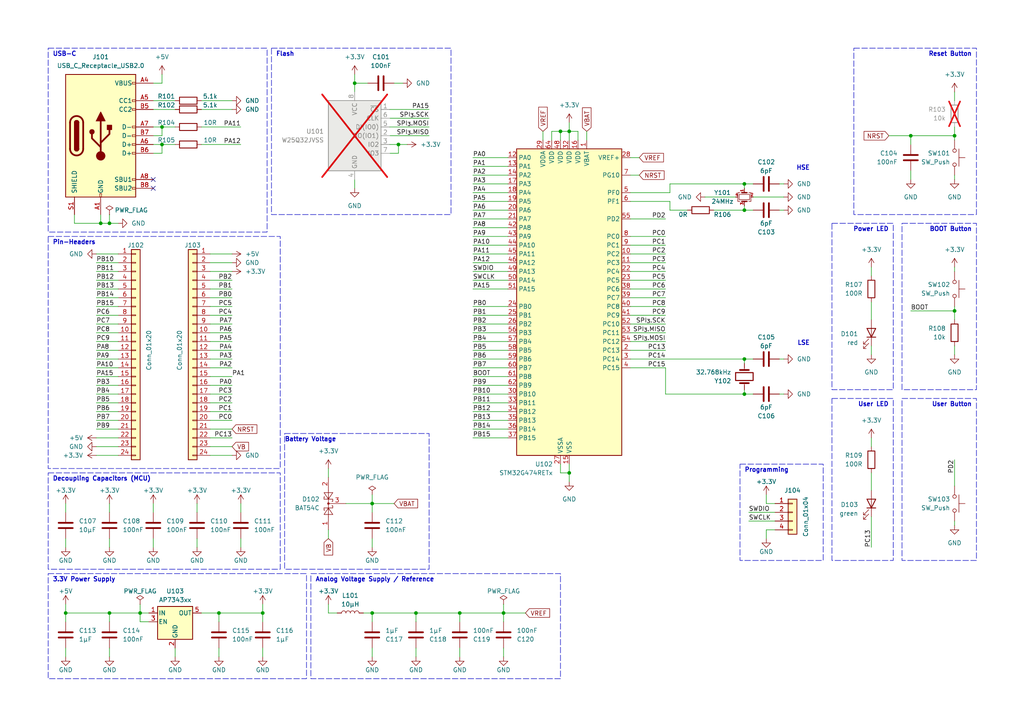
<source format=kicad_sch>
(kicad_sch (version 20230121) (generator eeschema)
  (paper "A4")
  (title_block (title "Black Pill v3.0 (STM32G474)") (date "2023-10-23") (rev "A") (company "ElektroNik Zoller") (comment 1 "Nikolai Zoller") (comment 4 "CERN-OHL-P"))
  (junction (at 215.9 60.96))
  (junction (at 162.56 38.1))
  (junction (at 29.21 64.77))
  (junction (at 276.86 39.37))
  (junction (at 146.05 177.8))
  (junction (at 76.2 177.8))
  (junction (at 46.99 36.83))
  (junction (at 215.9 114.3))
  (junction (at 19.05 177.8))
  (junction (at 215.9 104.14))
  (junction (at 31.75 177.8))
  (junction (at 107.95 177.8))
  (junction (at 102.87 24.13))
  (junction (at 115.57 41.91))
  (junction (at 276.86 90.17))
  (junction (at 165.1 38.1))
  (junction (at 63.5 177.8))
  (junction (at 215.9 53.34))
  (junction (at 133.35 177.8))
  (junction (at 31.75 64.77))
  (junction (at 264.16 39.37))
  (junction (at 46.99 41.91))
  (junction (at 40.64 177.8))
  (junction (at 120.65 177.8))
  (junction (at 107.95 146.05))
  (junction (at 165.1 137.16))
  (no_connect (at 44.45 52.07))
  (no_connect (at 44.45 54.61))
  (wire (pts (xy 63.5 190.5) (xy 63.5 187.96)))
  (wire (pts (xy 58.42 41.91) (xy 69.85 41.91)))
  (wire (pts (xy 137.16 106.68) (xy 147.32 106.68)))
  (wire (pts (xy 107.95 146.05) (xy 114.3 146.05)))
  (wire (pts (xy 58.42 29.21) (xy 67.31 29.21)))
  (wire (pts (xy 276.86 151.13) (xy 276.86 152.4)))
  (wire (pts (xy 60.96 111.76) (xy 67.31 111.76)))
  (wire (pts (xy 160.02 38.1) (xy 162.56 38.1)))
  (wire (pts (xy 58.42 177.8) (xy 63.5 177.8)))
  (wire (pts (xy 137.16 99.06) (xy 147.32 99.06)))
  (wire (pts (xy 105.41 177.8) (xy 107.95 177.8)))
  (wire (pts (xy 46.99 41.91) (xy 50.8 41.91)))
  (wire (pts (xy 182.88 104.14) (xy 215.9 104.14)))
  (wire (pts (xy 107.95 180.34) (xy 107.95 177.8)))
  (wire (pts (xy 162.56 38.1) (xy 165.1 38.1)))
  (wire (pts (xy 102.87 52.07) (xy 102.87 54.61)))
  (wire (pts (xy 19.05 175.26) (xy 19.05 177.8)))
  (wire (pts (xy 76.2 180.34) (xy 76.2 177.8)))
  (wire (pts (xy 21.59 64.77) (xy 29.21 64.77)))
  (wire (pts (xy 137.16 60.96) (xy 147.32 60.96)))
  (wire (pts (xy 44.45 156.21) (xy 44.45 158.75)))
  (wire (pts (xy 46.99 24.13) (xy 46.99 21.59)))
  (wire (pts (xy 157.48 38.1) (xy 157.48 40.64)))
  (wire (pts (xy 276.86 90.17) (xy 264.16 90.17)))
  (wire (pts (xy 60.96 124.46) (xy 67.31 124.46)))
  (wire (pts (xy 252.73 100.33) (xy 252.73 102.87)))
  (wire (pts (xy 113.03 31.75) (xy 124.46 31.75)))
  (wire (pts (xy 137.16 50.8) (xy 147.32 50.8)))
  (wire (pts (xy 215.9 114.3) (xy 215.9 113.03)))
  (wire (pts (xy 60.96 109.22) (xy 67.31 109.22)))
  (wire (pts (xy 60.96 129.54) (xy 67.31 129.54)))
  (wire (pts (xy 182.88 93.98) (xy 193.04 93.98)))
  (wire (pts (xy 34.29 109.22) (xy 27.94 109.22)))
  (wire (pts (xy 227.33 114.3) (xy 226.06 114.3)))
  (wire (pts (xy 182.88 83.82) (xy 193.04 83.82)))
  (wire (pts (xy 215.9 60.96) (xy 207.01 60.96)))
  (wire (pts (xy 217.17 151.13) (xy 224.79 151.13)))
  (wire (pts (xy 264.16 39.37) (xy 257.81 39.37)))
  (wire (pts (xy 120.65 177.8) (xy 120.65 180.34)))
  (wire (pts (xy 60.96 99.06) (xy 67.31 99.06)))
  (wire (pts (xy 102.87 21.59) (xy 102.87 24.13)))
  (wire (pts (xy 57.15 156.21) (xy 57.15 158.75)))
  (wire (pts (xy 185.42 45.72) (xy 182.88 45.72)))
  (wire (pts (xy 218.44 53.34) (xy 215.9 53.34)))
  (wire (pts (xy 264.16 39.37) (xy 276.86 39.37)))
  (wire (pts (xy 215.9 60.96) (xy 218.44 60.96)))
  (wire (pts (xy 34.29 86.36) (xy 27.94 86.36)))
  (wire (pts (xy 170.18 38.1) (xy 170.18 40.64)))
  (wire (pts (xy 182.88 88.9) (xy 193.04 88.9)))
  (wire (pts (xy 137.16 73.66) (xy 147.32 73.66)))
  (wire (pts (xy 182.88 78.74) (xy 193.04 78.74)))
  (wire (pts (xy 146.05 177.8) (xy 133.35 177.8)))
  (wire (pts (xy 31.75 177.8) (xy 40.64 177.8)))
  (wire (pts (xy 227.33 53.34) (xy 226.06 53.34)))
  (wire (pts (xy 95.25 135.89) (xy 95.25 138.43)))
  (wire (pts (xy 133.35 190.5) (xy 133.35 187.96)))
  (wire (pts (xy 69.85 156.21) (xy 69.85 158.75)))
  (wire (pts (xy 76.2 175.26) (xy 76.2 177.8)))
  (wire (pts (xy 252.73 87.63) (xy 252.73 92.71)))
  (wire (pts (xy 60.96 104.14) (xy 67.31 104.14)))
  (wire (pts (xy 34.29 78.74) (xy 27.94 78.74)))
  (wire (pts (xy 31.75 177.8) (xy 31.75 180.34)))
  (wire (pts (xy 137.16 58.42) (xy 147.32 58.42)))
  (wire (pts (xy 276.86 77.47) (xy 276.86 78.74)))
  (wire (pts (xy 44.45 146.05) (xy 44.45 148.59)))
  (wire (pts (xy 215.9 104.14) (xy 215.9 105.41)))
  (wire (pts (xy 137.16 68.58) (xy 147.32 68.58)))
  (wire (pts (xy 60.96 88.9) (xy 67.31 88.9)))
  (wire (pts (xy 215.9 53.34) (xy 194.31 53.34)))
  (wire (pts (xy 40.64 177.8) (xy 43.18 177.8)))
  (wire (pts (xy 182.88 106.68) (xy 193.04 106.68)))
  (wire (pts (xy 107.95 190.5) (xy 107.95 187.96)))
  (wire (pts (xy 27.94 127) (xy 34.29 127)))
  (wire (pts (xy 182.88 76.2) (xy 193.04 76.2)))
  (wire (pts (xy 60.96 73.66) (xy 67.31 73.66)))
  (wire (pts (xy 44.45 36.83) (xy 46.99 36.83)))
  (wire (pts (xy 60.96 76.2) (xy 67.31 76.2)))
  (wire (pts (xy 27.94 119.38) (xy 34.29 119.38)))
  (wire (pts (xy 120.65 177.8) (xy 133.35 177.8)))
  (wire (pts (xy 137.16 81.28) (xy 147.32 81.28)))
  (wire (pts (xy 19.05 180.34) (xy 19.05 177.8)))
  (wire (pts (xy 137.16 104.14) (xy 147.32 104.14)))
  (wire (pts (xy 217.17 148.59) (xy 224.79 148.59)))
  (wire (pts (xy 115.57 41.91) (xy 115.57 44.45)))
  (wire (pts (xy 60.96 116.84) (xy 67.31 116.84)))
  (wire (pts (xy 19.05 177.8) (xy 31.75 177.8)))
  (wire (pts (xy 165.1 35.56) (xy 165.1 38.1)))
  (wire (pts (xy 182.88 96.52) (xy 193.04 96.52)))
  (wire (pts (xy 218.44 114.3) (xy 215.9 114.3)))
  (wire (pts (xy 137.16 66.04) (xy 147.32 66.04)))
  (wire (pts (xy 60.96 78.74) (xy 67.31 78.74)))
  (wire (pts (xy 40.64 175.26) (xy 40.64 177.8)))
  (wire (pts (xy 95.25 177.8) (xy 97.79 177.8)))
  (wire (pts (xy 252.73 77.47) (xy 252.73 80.01)))
  (wire (pts (xy 60.96 114.3) (xy 67.31 114.3)))
  (wire (pts (xy 19.05 156.21) (xy 19.05 158.75)))
  (wire (pts (xy 276.86 39.37) (xy 276.86 40.64)))
  (wire (pts (xy 60.96 81.28) (xy 67.31 81.28)))
  (wire (pts (xy 165.1 40.64) (xy 165.1 38.1)))
  (wire (pts (xy 133.35 180.34) (xy 133.35 177.8)))
  (wire (pts (xy 34.29 101.6) (xy 27.94 101.6)))
  (wire (pts (xy 107.95 143.51) (xy 107.95 146.05)))
  (wire (pts (xy 107.95 146.05) (xy 107.95 148.59)))
  (wire (pts (xy 276.86 50.8) (xy 276.86 52.07)))
  (wire (pts (xy 44.45 24.13) (xy 46.99 24.13)))
  (wire (pts (xy 60.96 101.6) (xy 67.31 101.6)))
  (wire (pts (xy 60.96 93.98) (xy 67.31 93.98)))
  (wire (pts (xy 34.29 106.68) (xy 27.94 106.68)))
  (wire (pts (xy 165.1 137.16) (xy 165.1 139.7)))
  (wire (pts (xy 63.5 180.34) (xy 63.5 177.8)))
  (wire (pts (xy 44.45 41.91) (xy 46.99 41.91)))
  (wire (pts (xy 215.9 59.69) (xy 215.9 60.96)))
  (wire (pts (xy 113.03 39.37) (xy 124.46 39.37)))
  (wire (pts (xy 222.25 146.05) (xy 224.79 146.05)))
  (wire (pts (xy 31.75 62.23) (xy 31.75 64.77)))
  (wire (pts (xy 162.56 137.16) (xy 165.1 137.16)))
  (wire (pts (xy 137.16 109.22) (xy 147.32 109.22)))
  (wire (pts (xy 31.75 156.21) (xy 31.75 158.75)))
  (wire (pts (xy 146.05 177.8) (xy 146.05 180.34)))
  (wire (pts (xy 95.25 175.26) (xy 95.25 177.8)))
  (wire (pts (xy 137.16 55.88) (xy 147.32 55.88)))
  (wire (pts (xy 222.25 153.67) (xy 222.25 156.21)))
  (wire (pts (xy 27.94 96.52) (xy 34.29 96.52)))
  (wire (pts (xy 34.29 76.2) (xy 27.94 76.2)))
  (wire (pts (xy 165.1 38.1) (xy 167.64 38.1)))
  (wire (pts (xy 113.03 44.45) (xy 115.57 44.45)))
  (wire (pts (xy 46.99 41.91) (xy 46.99 44.45)))
  (wire (pts (xy 44.45 39.37) (xy 46.99 39.37)))
  (wire (pts (xy 227.33 104.14) (xy 226.06 104.14)))
  (wire (pts (xy 34.29 81.28) (xy 27.94 81.28)))
  (wire (pts (xy 21.59 62.23) (xy 21.59 64.77)))
  (wire (pts (xy 60.96 106.68) (xy 67.31 106.68)))
  (wire (pts (xy 194.31 55.88) (xy 194.31 53.34)))
  (wire (pts (xy 222.25 146.05) (xy 222.25 143.51)))
  (wire (pts (xy 76.2 187.96) (xy 76.2 190.5)))
  (wire (pts (xy 218.44 104.14) (xy 215.9 104.14)))
  (wire (pts (xy 95.25 153.67) (xy 95.25 156.21)))
  (wire (pts (xy 252.73 137.16) (xy 252.73 142.24)))
  (wire (pts (xy 137.16 63.5) (xy 147.32 63.5)))
  (wire (pts (xy 137.16 88.9) (xy 147.32 88.9)))
  (wire (pts (xy 114.3 24.13) (xy 116.84 24.13)))
  (wire (pts (xy 182.88 73.66) (xy 193.04 73.66)))
  (wire (pts (xy 27.94 132.08) (xy 34.29 132.08)))
  (wire (pts (xy 193.04 114.3) (xy 215.9 114.3)))
  (wire (pts (xy 102.87 24.13) (xy 102.87 26.67)))
  (wire (pts (xy 102.87 24.13) (xy 106.68 24.13)))
  (wire (pts (xy 19.05 190.5) (xy 19.05 187.96)))
  (wire (pts (xy 60.96 127) (xy 67.31 127)))
  (wire (pts (xy 276.86 39.37) (xy 276.86 36.83)))
  (wire (pts (xy 120.65 177.8) (xy 107.95 177.8)))
  (wire (pts (xy 213.36 57.15) (xy 204.47 57.15)))
  (wire (pts (xy 146.05 187.96) (xy 146.05 190.5)))
  (wire (pts (xy 34.29 99.06) (xy 27.94 99.06)))
  (wire (pts (xy 137.16 114.3) (xy 147.32 114.3)))
  (wire (pts (xy 34.29 88.9) (xy 27.94 88.9)))
  (wire (pts (xy 46.99 36.83) (xy 46.99 39.37)))
  (wire (pts (xy 137.16 127) (xy 147.32 127)))
  (wire (pts (xy 137.16 48.26) (xy 147.32 48.26)))
  (wire (pts (xy 199.39 60.96) (xy 194.31 60.96)))
  (wire (pts (xy 60.96 96.52) (xy 67.31 96.52)))
  (wire (pts (xy 46.99 36.83) (xy 50.8 36.83)))
  (wire (pts (xy 113.03 34.29) (xy 124.46 34.29)))
  (wire (pts (xy 137.16 76.2) (xy 147.32 76.2)))
  (wire (pts (xy 19.05 146.05) (xy 19.05 148.59)))
  (wire (pts (xy 182.88 55.88) (xy 194.31 55.88)))
  (wire (pts (xy 27.94 114.3) (xy 34.29 114.3)))
  (wire (pts (xy 27.94 129.54) (xy 34.29 129.54)))
  (wire (pts (xy 69.85 146.05) (xy 69.85 148.59)))
  (wire (pts (xy 137.16 45.72) (xy 147.32 45.72)))
  (wire (pts (xy 137.16 96.52) (xy 147.32 96.52)))
  (wire (pts (xy 252.73 149.86) (xy 252.73 158.75)))
  (wire (pts (xy 60.96 83.82) (xy 67.31 83.82)))
  (wire (pts (xy 137.16 119.38) (xy 147.32 119.38)))
  (wire (pts (xy 34.29 73.66) (xy 27.94 73.66)))
  (wire (pts (xy 120.65 187.96) (xy 120.65 190.5)))
  (wire (pts (xy 31.75 146.05) (xy 31.75 148.59)))
  (wire (pts (xy 167.64 38.1) (xy 167.64 40.64)))
  (wire (pts (xy 182.88 63.5) (xy 193.04 63.5)))
  (wire (pts (xy 137.16 116.84) (xy 147.32 116.84)))
  (wire (pts (xy 137.16 124.46) (xy 147.32 124.46)))
  (wire (pts (xy 137.16 93.98) (xy 147.32 93.98)))
  (wire (pts (xy 264.16 41.91) (xy 264.16 39.37)))
  (wire (pts (xy 60.96 86.36) (xy 67.31 86.36)))
  (wire (pts (xy 152.4 177.8) (xy 146.05 177.8)))
  (wire (pts (xy 40.64 180.34) (xy 40.64 177.8)))
  (wire (pts (xy 118.11 41.91) (xy 115.57 41.91)))
  (wire (pts (xy 146.05 175.26) (xy 146.05 177.8)))
  (wire (pts (xy 113.03 41.91) (xy 115.57 41.91)))
  (wire (pts (xy 182.88 99.06) (xy 193.04 99.06)))
  (wire (pts (xy 60.96 91.44) (xy 67.31 91.44)))
  (wire (pts (xy 44.45 31.75) (xy 50.8 31.75)))
  (wire (pts (xy 60.96 121.92) (xy 67.31 121.92)))
  (wire (pts (xy 227.33 60.96) (xy 226.06 60.96)))
  (wire (pts (xy 27.94 116.84) (xy 34.29 116.84)))
  (wire (pts (xy 137.16 91.44) (xy 147.32 91.44)))
  (wire (pts (xy 182.88 91.44) (xy 193.04 91.44)))
  (wire (pts (xy 63.5 177.8) (xy 76.2 177.8)))
  (wire (pts (xy 34.29 64.77) (xy 31.75 64.77)))
  (wire (pts (xy 182.88 68.58) (xy 193.04 68.58)))
  (wire (pts (xy 182.88 58.42) (xy 194.31 58.42)))
  (wire (pts (xy 44.45 44.45) (xy 46.99 44.45)))
  (wire (pts (xy 27.94 124.46) (xy 34.29 124.46)))
  (wire (pts (xy 252.73 127) (xy 252.73 129.54)))
  (wire (pts (xy 34.29 93.98) (xy 27.94 93.98)))
  (wire (pts (xy 137.16 111.76) (xy 147.32 111.76)))
  (wire (pts (xy 27.94 121.92) (xy 34.29 121.92)))
  (wire (pts (xy 50.8 187.96) (xy 50.8 190.5)))
  (wire (pts (xy 215.9 53.34) (xy 215.9 54.61)))
  (wire (pts (xy 162.56 134.62) (xy 162.56 137.16)))
  (wire (pts (xy 60.96 132.08) (xy 67.31 132.08)))
  (wire (pts (xy 67.31 119.38) (xy 60.96 119.38)))
  (wire (pts (xy 182.88 86.36) (xy 193.04 86.36)))
  (wire (pts (xy 58.42 31.75) (xy 67.31 31.75)))
  (wire (pts (xy 193.04 106.68) (xy 193.04 114.3)))
  (wire (pts (xy 44.45 29.21) (xy 50.8 29.21)))
  (wire (pts (xy 34.29 83.82) (xy 27.94 83.82)))
  (wire (pts (xy 276.86 100.33) (xy 276.86 102.87)))
  (wire (pts (xy 137.16 71.12) (xy 147.32 71.12)))
  (wire (pts (xy 31.75 187.96) (xy 31.75 190.5)))
  (wire (pts (xy 276.86 29.21) (xy 276.86 26.67)))
  (wire (pts (xy 137.16 121.92) (xy 147.32 121.92)))
  (wire (pts (xy 137.16 78.74) (xy 147.32 78.74)))
  (wire (pts (xy 27.94 111.76) (xy 34.29 111.76)))
  (wire (pts (xy 276.86 133.35) (xy 276.86 140.97)))
  (wire (pts (xy 194.31 58.42) (xy 194.31 60.96)))
  (wire (pts (xy 113.03 36.83) (xy 124.46 36.83)))
  (wire (pts (xy 43.18 180.34) (xy 40.64 180.34)))
  (wire (pts (xy 182.88 71.12) (xy 193.04 71.12)))
  (wire (pts (xy 165.1 134.62) (xy 165.1 137.16)))
  (wire (pts (xy 137.16 53.34) (xy 147.32 53.34)))
  (wire (pts (xy 34.29 91.44) (xy 27.94 91.44)))
  (wire (pts (xy 182.88 101.6) (xy 193.04 101.6)))
  (wire (pts (xy 160.02 40.64) (xy 160.02 38.1)))
  (wire (pts (xy 107.95 156.21) (xy 107.95 158.75)))
  (wire (pts (xy 137.16 83.82) (xy 147.32 83.82)))
  (wire (pts (xy 222.25 153.67) (xy 224.79 153.67)))
  (wire (pts (xy 264.16 52.07) (xy 264.16 49.53)))
  (wire (pts (xy 31.75 64.77) (xy 29.21 64.77)))
  (wire (pts (xy 100.33 146.05) (xy 107.95 146.05)))
  (wire (pts (xy 162.56 40.64) (xy 162.56 38.1)))
  (wire (pts (xy 185.42 50.8) (xy 182.88 50.8)))
  (wire (pts (xy 57.15 146.05) (xy 57.15 148.59)))
  (wire (pts (xy 34.29 104.14) (xy 27.94 104.14)))
  (wire (pts (xy 227.33 57.15) (xy 218.44 57.15)))
  (wire (pts (xy 137.16 101.6) (xy 147.32 101.6)))
  (wire (pts (xy 29.21 62.23) (xy 29.21 64.77)))
  (wire (pts (xy 182.88 81.28) (xy 193.04 81.28)))
  (wire (pts (xy 58.42 36.83) (xy 69.85 36.83)))
  (wire (pts (xy 276.86 88.9) (xy 276.86 90.17)))
  (wire (pts (xy 276.86 90.17) (xy 276.86 92.71)))
  (rectangle (start 82.55 125.73) (end 124.46 165.1) (stroke (width 0) (type dash)))
  (rectangle (start 241.3 115.57) (end 259.08 162.56) (stroke (width 0) (type dash)))
  (rectangle (start 247.65 13.97) (end 283.21 62.23) (stroke (width 0) (type dash)))
  (rectangle (start 214.63 134.62) (end 238.76 162.56) (stroke (width 0) (type dash)))
  (rectangle (start 90.17 166.37) (end 162.56 196.85) (stroke (width 0) (type dash)))
  (rectangle (start 261.62 64.77) (end 283.21 113.03) (stroke (width 0) (type dash)))
  (rectangle (start 13.97 166.37) (end 88.9 196.85) (stroke (width 0) (type dash)))
  (rectangle (start 13.97 68.58) (end 81.28 135.89) (stroke (width 0) (type dash)))
  (rectangle (start 78.74 13.97) (end 130.81 62.23) (stroke (width 0) (type dash)))
  (rectangle (start 261.62 115.57) (end 283.21 162.56) (stroke (width 0) (type dash)))
  (rectangle (start 241.3 64.77) (end 259.08 113.03) (stroke (width 0) (type dash)))
  (rectangle (start 13.97 13.97) (end 77.47 67.31) (stroke (width 0) (type dash)))
  (rectangle (start 13.97 137.16) (end 81.28 165.1) (stroke (width 0) (type dash)))
  (text "Battery Voltage" (at 82.55 128.27 0) (effects (font (size 1.27 1.27) (thickness 0.254) bold) (justify left bottom)))
  (text "BOOT Button" (at 281.94 67.31 0) (effects (font (size 1.27 1.27) (thickness 0.254) bold) (justify right bottom)))
  (text "Decoupling Capacitors (MCU)" (at 15.24 139.7 0) (effects (font (size 1.27 1.27) (thickness 0.254) bold) (justify left bottom)))
  (text "Flash" (at 80.01 16.51 0) (effects (font (size 1.27 1.27) (thickness 0.254) bold) (justify left bottom)))
  (text "User Button" (at 281.94 118.11 0) (effects (font (size 1.27 1.27) (thickness 0.254) bold) (justify right bottom)))
  (text "HSE" (at 234.95 49.53 0) (effects (font (size 1.27 1.27) (thickness 0.254) bold) (justify right bottom)))
  (text "Programming" (at 215.9 137.16 0) (effects (font (size 1.27 1.27) (thickness 0.254) bold) (justify left bottom)))
  (text "LSE" (at 234.95 100.33 0) (effects (font (size 1.27 1.27) (thickness 0.254) bold) (justify right bottom)))
  (text "3.3V Power Supply" (at 15.24 168.91 0) (effects (font (size 1.27 1.27) (thickness 0.254) bold) (justify left bottom)))
  (text "Pin-Headers" (at 15.24 71.12 0) (effects (font (size 1.27 1.27) (thickness 0.254) bold) (justify left bottom)))
  (text "Power LED" (at 257.81 67.31 0) (effects (font (size 1.27 1.27) (thickness 0.254) bold) (justify right bottom)))
  (text "USB-C" (at 15.24 16.51 0) (effects (font (size 1.27 1.27) (thickness 0.254) bold) (justify left bottom)))
  (text "Analog Voltage Supply / Reference" (at 91.44 168.91 0) (effects (font (size 1.27 1.27) (thickness 0.254) bold) (justify left bottom)))
  (text "User LED" (at 257.81 118.11 0) (effects (font (size 1.27 1.27) (thickness 0.254) bold) (justify right bottom)))
  (text "Reset Button" (at 281.94 16.51 0) (effects (font (size 1.27 1.27) (thickness 0.254) bold) (justify right bottom)))
  (label "PA15" (at 137.16 83.82 0))
  (label "PA4" (at 67.31 101.6 180))
  (label "PA15" (at 27.94 109.22 0))
  (label "PA10" (at 27.94 106.68 0))
  (label "PC3" (at 67.31 114.3 180))
  (label "PA5" (at 137.16 58.42 0))
  (label "BOOT" (at 137.16 109.22 0))
  (label "PA2" (at 67.31 106.68 180))
  (label "PA1" (at 67.31 109.22 0))
  (label "PB10" (at 137.16 114.3 0))
  (label "SWCLK" (at 217.17 151.13 0))
  (label "PA3" (at 67.31 104.14 180))
  (label "PB0" (at 137.16 88.9 0))
  (label "PB1" (at 67.31 83.82 180))
  (label "SPI_{3}.MOSI" (at 124.46 36.83 180))
  (label "PB5" (at 137.16 101.6 0))
  (label "PB0" (at 67.31 86.36 180))
  (label "PB15" (at 137.16 127 0))
  (label "PC5" (at 193.04 81.28 180))
  (label "PA1" (at 137.16 48.26 0))
  (label "PC1" (at 67.31 119.38 180))
  (label "PB12" (at 137.16 119.38 0))
  (label "PC13" (at 193.04 101.6 180))
  (label "SPI_{3}.MOSI" (at 193.04 99.06 180))
  (label "PB12" (at 27.94 81.28 0))
  (label "PC9" (at 193.04 91.44 180))
  (label "PC13" (at 67.31 127 180))
  (label "PC8" (at 27.94 96.52 0))
  (label "PB9" (at 27.94 124.46 0))
  (label "PC7" (at 193.04 86.36 180))
  (label "PC4" (at 193.04 78.74 180))
  (label "PA12" (at 69.85 41.91 180))
  (label "PA5" (at 67.31 99.06 180))
  (label "PA9" (at 137.16 68.58 0))
  (label "PA15" (at 124.46 31.75 180))
  (label "PB10" (at 27.94 76.2 0))
  (label "PA11" (at 69.85 36.83 180))
  (label "PA12" (at 137.16 76.2 0))
  (label "PC2" (at 67.31 116.84 180))
  (label "PB13" (at 27.94 83.82 0))
  (label "SPI_{3}.SCK" (at 124.46 34.29 180))
  (label "PC2" (at 193.04 73.66 180))
  (label "PA8" (at 137.16 66.04 0))
  (label "PB4" (at 137.16 99.06 0))
  (label "SWDIO" (at 137.16 78.74 0))
  (label "PA8" (at 27.94 101.6 0))
  (label "PC0" (at 193.04 68.58 180))
  (label "PC9" (at 27.94 99.06 0))
  (label "PB11" (at 27.94 78.74 0))
  (label "PB7" (at 27.94 121.92 0))
  (label "PB5" (at 27.94 116.84 0))
  (label "SWCLK" (at 137.16 81.28 0))
  (label "PB11" (at 137.16 116.84 0))
  (label "SPI_{3}.MISO" (at 124.46 39.37 180))
  (label "PC5" (at 67.31 88.9 180))
  (label "PC15" (at 193.04 106.68 180))
  (label "PA0" (at 67.31 111.76 180))
  (label "PB6" (at 137.16 104.14 0))
  (label "PB2" (at 137.16 93.98 0))
  (label "PB14" (at 27.94 86.36 0))
  (label "PB7" (at 137.16 106.68 0))
  (label "PB13" (at 137.16 121.92 0))
  (label "PC1" (at 193.04 71.12 180))
  (label "PC6" (at 193.04 83.82 180))
  (label "PC0" (at 67.31 121.92 180))
  (label "PB1" (at 137.16 91.44 0))
  (label "BOOT" (at 264.16 90.17 0))
  (label "PC13" (at 252.73 158.75 90))
  (label "PB2" (at 67.31 81.28 180))
  (label "PC6" (at 27.94 91.44 0))
  (label "PA3" (at 137.16 53.34 0))
  (label "SPI_{3}.SCK" (at 193.04 93.98 180))
  (label "PA0" (at 137.16 45.72 0))
  (label "PB9" (at 137.16 111.76 0))
  (label "PA4" (at 137.16 55.88 0))
  (label "PB4" (at 27.94 114.3 0))
  (label "PA2" (at 137.16 50.8 0))
  (label "PC3" (at 193.04 76.2 180))
  (label "PA7" (at 137.16 63.5 0))
  (label "SPI_{3}.MISO" (at 193.04 96.52 180))
  (label "PA10" (at 137.16 71.12 0))
  (label "PA6" (at 67.31 96.52 180))
  (label "PA6" (at 137.16 60.96 0))
  (label "PB15" (at 27.94 88.9 0))
  (label "PB14" (at 137.16 124.46 0))
  (label "PD2" (at 276.86 133.35 270))
  (label "SWDIO" (at 217.17 148.59 0))
  (label "PA7" (at 67.31 93.98 180))
  (label "PB3" (at 137.16 96.52 0))
  (label "PA11" (at 137.16 73.66 0))
  (label "PC8" (at 193.04 88.9 180))
  (label "PC7" (at 27.94 93.98 0))
  (label "PC4" (at 67.31 91.44 180))
  (label "PC14" (at 193.04 104.14 180))
  (label "PD2" (at 193.04 63.5 180))
  (label "PA9" (at 27.94 104.14 0))
  (label "PB6" (at 27.94 119.38 0))
  (label "PB3" (at 27.94 111.76 0))
  (global_label "VREF" (shape input) (at 185.42 45.72 0) (property "Intersheetrefs" "${INTERSHEET_REFS}" (effects hide)))
  (global_label "NRST" (shape input) (at 257.81 39.37 180) (property "Intersheetrefs" "${INTERSHEET_REFS}" (effects hide)))
  (global_label "VBAT" (shape input) (at 170.18 38.1 90) (property "Intersheetrefs" "${INTERSHEET_REFS}" (effects hide)))
  (global_label "VB" (shape input) (at 67.31 129.54 0) (property "Intersheetrefs" "${INTERSHEET_REFS}" (effects hide)))
  (global_label "VBAT" (shape input) (at 114.3 146.05 0) (property "Intersheetrefs" "${INTERSHEET_REFS}" (effects hide)))
  (global_label "NRST" (shape input) (at 67.31 124.46 0) (property "Intersheetrefs" "${INTERSHEET_REFS}" (effects hide)))
  (global_label "VREF" (shape input) (at 152.4 177.8 0) (property "Intersheetrefs" "${INTERSHEET_REFS}" (effects hide)))
  (global_label "VB" (shape input) (at 95.25 156.21 270) (property "Intersheetrefs" "${INTERSHEET_REFS}" (effects hide)))
  (global_label "VREF" (shape input) (at 157.48 38.1 90) (property "Intersheetrefs" "${INTERSHEET_REFS}" (effects hide)))
  (global_label "NRST" (shape input) (at 185.42 50.8 0) (property "Intersheetrefs" "${INTERSHEET_REFS}" (effects hide)))
  (symbol (lib_id "Diode:BAT54C") (at 95.25 146.05 90) (unit 1)
    (property "Reference" "D102" (at 92.71 144.78 90) (effects (justify left)))
    (property "Value" "BAT54C" (at 92.71 147.32 90) (effects (justify left)))
    (property "Footprint" "Package_TO_SOT_SMD:SOT-23" (effects hide))
    (property "Datasheet" "http://www.diodes.com/_files/datasheets/ds11005.pdf" (effects hide))
    (property "Manufacturer Part no." "BAT54C" (effects hide))
    (property "Vendor" "Digikey" (effects hide))
    (property "Vendor Part No." "4878-BAT54CCT-ND" (effects hide))
  )
  (symbol (lib_id "power:+3.3V") (at 222.25 143.51 0) (unit 1)
    (property "Reference" "#PWR0132" (effects hide))
    (property "Value" "+3.3V" (at 222.25 139.7 0))
  )
  (symbol (lib_id "Device:C") (at 222.25 104.14 270) (unit 1)
    (property "Reference" "C105" (at 222.25 97.79 90))
    (property "Value" "6pF" (at 222.25 100.33 90))
    (property "Footprint" "Capacitor_SMD:C_0402_1005Metric" (effects hide))
    (property "Manufacturer Part no." "GRM1555C1H6R0BA01D" (effects hide))
    (property "Vendor" "Digikey" (effects hide))
    (property "Vendor Part No." "490-8221-1-ND" (effects hide))
  )
  (symbol (lib_id "power:GND") (at 67.31 76.2 90) (unit 1)
    (property "Reference" "#PWR0120" (effects hide))
    (property "Value" "GND" (at 71.12 76.2 90) (effects (justify right)))
  )
  (symbol (lib_id "power:+5V") (at 27.94 127 90) (unit 1)
    (property "Reference" "#PWR0126" (effects hide))
    (property "Value" "+5V" (at 24.13 127 90) (effects (justify left)))
  )
  (symbol (lib_id "power:GND") (at 227.33 114.3 90) (unit 1)
    (property "Reference" "#PWR0123" (effects hide))
    (property "Value" "GND" (at 231.14 114.3 90) (effects (justify right)))
  )
  (symbol (lib_id "Device:R") (at 276.86 96.52 0) (mirror y) (unit 1)
    (property "Reference" "R108" (at 274.32 95.25 0) (effects (justify left)))
    (property "Value" "10k" (at 274.32 97.79 0) (effects (justify left)))
    (property "Footprint" "Resistor_SMD:R_0402_1005Metric" (effects hide))
    (property "Manufacturer Part no." "-" (effects hide))
    (property "Vendor" "From stock" (effects hide))
    (property "Vendor Part No." "-" (effects hide))
  )
  (symbol (lib_id "Regulator_Linear_User:AP7343xx") (at 50.8 180.34 0) (unit 1)
    (property "Reference" "U103" (at 50.8 171.45 0))
    (property "Value" "AP7343xx" (at 50.8 173.99 0))
    (property "Footprint" "Package_TO_SOT_SMD:SOT-23-5" (effects hide))
    (property "Datasheet" "https://www.diodes.com/assets/Datasheets/AP7343.pdf" (effects hide))
    (property "Manufacturer Part no." "AP7343-33W5-7" (effects hide))
    (property "Vendor" "Digikey" (effects hide))
    (property "Vendor Part No." "AP7343-33W5-7DICT-ND" (effects hide))
  )
  (symbol (lib_id "power:+3.3V") (at 44.45 146.05 0) (unit 1)
    (property "Reference" "#PWR0135" (effects hide))
    (property "Value" "+3.3V" (at 44.45 142.24 0))
  )
  (symbol (lib_id "Device:C") (at 133.35 184.15 0) (mirror x) (unit 1)
    (property "Reference" "C119" (at 137.16 185.42 0) (effects (justify left)))
    (property "Value" "100nF" (at 137.16 182.88 0) (effects (justify left)))
    (property "Footprint" "Capacitor_SMD:C_0402_1005Metric" (effects hide))
  )
  (symbol (lib_id "Connector_Generic:Conn_01x24") (at 55.88 101.6 0) (mirror y) (unit 1)
    (property "Reference" "J103" (at 55.88 71.12 0))
    (property "Value" "Conn_01x20" (at 52.07 101.6 90))
    (property "Footprint" "Connector_PinHeader_2.54mm:PinHeader_1x24_P2.54mm_Vertical" (effects hide))
    (property "Manufacturer Part no." "-" (effects hide))
    (property "Vendor" "From stock" (effects hide))
    (property "Vendor Part No." "-" (effects hide))
  )
  (symbol (lib_id "power:GND") (at 252.73 102.87 0) (mirror y) (unit 1)
    (property "Reference" "#PWR0124" (effects hide))
    (property "Value" "GND" (at 252.73 107.95 0))
  )
  (symbol (lib_id "Device:R") (at 54.61 41.91 90) (unit 1)
    (property "Reference" "R105" (at 48.26 40.64 90))
    (property "Value" "10R" (at 60.96 40.64 90))
    (property "Footprint" "Resistor_SMD:R_0402_1005Metric" (effects hide))
    (property "Manufacturer Part no." "-" (effects hide))
    (property "Vendor" "From stock" (effects hide))
    (property "Vendor Part No." "-" (effects hide))
  )
  (symbol (lib_id "power:+3.3V") (at 95.25 175.26 0) (mirror y) (unit 1)
    (property "Reference" "#PWR0148" (effects hide))
    (property "Value" "+3.3V" (at 95.25 171.45 0))
  )
  (symbol (lib_id "Device:LED") (at 252.73 146.05 270) (mirror x) (unit 1)
    (property "Reference" "D103" (at 248.92 146.3675 90) (effects (justify right)))
    (property "Value" "green" (at 248.92 148.9075 90) (effects (justify right)))
    (property "Footprint" "LED_SMD:LED_0603_1608Metric" (effects hide))
    (property "Manufacturer Part no." "LTST-C190KGKT" (effects hide))
    (property "Vendor" "Digikey" (effects hide))
    (property "Vendor Part No." "160-1435-1-ND" (effects hide))
  )
  (symbol (lib_id "power:GND") (at 34.29 64.77 90) (unit 1)
    (property "Reference" "#PWR0116" (effects hide))
    (property "Value" "GND" (at 38.1 64.77 90) (effects (justify right)))
  )
  (symbol (lib_id "Device:C") (at 222.25 53.34 270) (mirror x) (unit 1)
    (property "Reference" "C102" (at 222.25 46.99 90))
    (property "Value" "6pF" (at 222.25 49.53 90))
    (property "Footprint" "Capacitor_SMD:C_0402_1005Metric" (effects hide))
    (property "Manufacturer Part no." "GRM1555C1H6R0BA01D" (effects hide))
    (property "Vendor" "Digikey" (effects hide))
    (property "Vendor Part No." "490-8221-1-ND" (effects hide))
  )
  (symbol (lib_id "Device:C") (at 31.75 184.15 0) (unit 1)
    (property "Reference" "C114" (at 35.56 182.88 0) (effects (justify left)))
    (property "Value" "100nF" (at 35.56 185.42 0) (effects (justify left)))
    (property "Footprint" "Capacitor_SMD:C_0402_1005Metric" (effects hide))
  )
  (symbol (lib_id "power:PWR_FLAG") (at 31.75 62.23 0) (unit 1)
    (property "Reference" "#FLG0102" (effects hide))
    (property "Value" "PWR_FLAG" (at 38.1 60.96 0))
  )
  (symbol (lib_id "Device:R") (at 54.61 29.21 90) (unit 1)
    (property "Reference" "R101" (at 48.26 27.94 90))
    (property "Value" "5.1k" (at 60.96 27.94 90))
    (property "Footprint" "Resistor_SMD:R_0402_1005Metric" (effects hide))
    (property "Manufacturer Part no." "-" (effects hide))
    (property "Vendor" "From stock" (effects hide))
    (property "Vendor Part No." "-" (effects hide))
  )
  (symbol (lib_id "power:GND") (at 102.87 54.61 0) (unit 1)
    (property "Reference" "#PWR0115" (effects hide))
    (property "Value" "GND" (at 102.87 59.69 0))
  )
  (symbol (lib_id "power:+3.3V") (at 118.11 41.91 270) (unit 1)
    (property "Reference" "#PWR0109" (effects hide))
    (property "Value" "+3.3V" (at 121.92 41.91 90) (effects (justify left)))
  )
  (symbol (lib_id "power:+3.3V") (at 67.31 78.74 270) (unit 1)
    (property "Reference" "#PWR0121" (effects hide))
    (property "Value" "+3.3V" (at 71.12 78.74 90) (effects (justify left)))
  )
  (symbol (lib_id "power:+3.3V") (at 165.1 35.56 0) (mirror y) (unit 1)
    (property "Reference" "#PWR0103" (effects hide))
    (property "Value" "+3.3V" (at 165.1 30.48 0))
  )
  (symbol (lib_id "Connector:USB_C_Receptacle_USB2.0") (at 29.21 39.37 0) (unit 1)
    (property "Reference" "J101" (at 29.21 16.51 0))
    (property "Value" "USB_C_Receptacle_USB2.0" (at 29.21 19.05 0))
    (property "Footprint" "Connector_USB:USB_C_Receptacle_GCT_USB4105-xx-A_16P_TopMnt_Horizontal" (effects hide))
    (property "Datasheet" "https://www.usb.org/sites/default/files/documents/usb_type-c.zip" (effects hide))
    (property "Manufacturer Part no." "USB4105-GF-A" (effects hide))
    (property "Vendor" "Digikey" (effects hide))
    (property "Vendor Part No." "2073-USB4105-GF-ACT-ND" (effects hide))
  )
  (symbol (lib_id "power:GND") (at 31.75 190.5 0) (mirror y) (unit 1)
    (property "Reference" "#PWR0150" (effects hide))
    (property "Value" "GND" (at 31.75 194.31 0))
  )
  (symbol (lib_id "Device:R") (at 203.2 60.96 90) (unit 1)
    (property "Reference" "R106" (at 209.55 62.23 90))
    (property "Value" "0R" (at 198.12 62.23 90))
    (property "Footprint" "Resistor_SMD:R_0402_1005Metric" (effects hide))
    (property "Manufacturer Part no." "-" (effects hide))
    (property "Vendor" "From stock" (effects hide))
    (property "Vendor Part No." "-" (effects hide))
  )
  (symbol (lib_id "power:GND") (at 63.5 190.5 0) (mirror y) (unit 1)
    (property "Reference" "#PWR0152" (effects hide))
    (property "Value" "GND" (at 63.5 194.31 0))
  )
  (symbol (lib_id "power:+3.3V") (at 69.85 146.05 0) (unit 1)
    (property "Reference" "#PWR0137" (effects hide))
    (property "Value" "+3.3V" (at 69.85 142.24 0))
  )
  (symbol (lib_id "Device:C") (at 63.5 184.15 0) (unit 1)
    (property "Reference" "C115" (at 67.31 182.88 0) (effects (justify left)))
    (property "Value" "100nF" (at 67.31 185.42 0) (effects (justify left)))
    (property "Footprint" "Capacitor_SMD:C_0402_1005Metric" (effects hide))
  )
  (symbol (lib_id "Switch:SW_Push") (at 276.86 146.05 270) (mirror x) (unit 1)
    (property "Reference" "SW103" (at 275.59 144.78 90) (effects (justify right)))
    (property "Value" "SW_Push" (at 275.59 147.32 90) (effects (justify right)))
    (property "Footprint" "Button_Switch_SMD:SW_SPST_PTS810" (effects hide))
    (property "Manufacturer Part no." "PTS810 SJK 250 SMTR LFS" (effects hide))
    (property "Vendor" "Digikey" (effects hide))
    (property "Vendor Part No." "CKN10503CT-ND" (effects hide))
  )
  (symbol (lib_id "Device:C") (at 69.85 152.4 0) (unit 1)
    (property "Reference" "C111" (at 73.66 151.13 0) (effects (justify left)))
    (property "Value" "100nF" (at 73.66 153.67 0) (effects (justify left)))
    (property "Footprint" "Capacitor_SMD:C_0402_1005Metric" (effects hide))
    (property "Manufacturer Part no." "-" (effects hide))
    (property "Vendor" "From stock" (effects hide))
    (property "Vendor Part No." "-" (effects hide))
  )
  (symbol (lib_id "Device:Crystal") (at 215.9 109.22 90) (unit 1)
    (property "Reference" "Y102" (at 212.09 110.49 90) (effects (justify left)))
    (property "Value" "32.768kHz" (at 212.09 107.95 90) (effects (justify left)))
    (property "Footprint" "Crystal:Crystal_SMD_MicroCrystal_CC7V-T1A-2Pin_3.2x1.5mm" (effects hide))
    (property "Manufacturer Part no." "NX3215SA-32.768KHZ-EXS00A-MU00525" (effects hide))
    (property "Vendor" "Digikey" (effects hide))
    (property "Vendor Part No." "644-1386-1-ND" (effects hide))
  )
  (symbol (lib_id "Device:C") (at 222.25 114.3 270) (unit 1)
    (property "Reference" "C106" (at 222.25 120.65 90))
    (property "Value" "6pF" (at 222.25 118.11 90))
    (property "Footprint" "Capacitor_SMD:C_0402_1005Metric" (effects hide))
    (property "Manufacturer Part no." "GRM1555C1H6R0BA01D" (effects hide))
    (property "Vendor" "Digikey" (effects hide))
    (property "Vendor Part No." "490-8221-1-ND" (effects hide))
  )
  (symbol (lib_id "power:GND") (at 107.95 158.75 0) (unit 1)
    (property "Reference" "#PWR0145" (effects hide))
    (property "Value" "GND" (at 107.95 162.56 0))
  )
  (symbol (lib_id "power:+3.3V") (at 76.2 175.26 0) (unit 1)
    (property "Reference" "#PWR0147" (effects hide))
    (property "Value" "+3.3V" (at 76.2 171.45 0))
  )
  (symbol (lib_id "Switch:SW_Push") (at 276.86 83.82 270) (mirror x) (unit 1)
    (property "Reference" "SW102" (at 275.59 82.55 90) (effects (justify right)))
    (property "Value" "SW_Push" (at 275.59 85.09 90) (effects (justify right)))
    (property "Footprint" "Button_Switch_SMD:SW_SPST_PTS810" (effects hide))
    (property "Manufacturer Part no." "PTS810 SJK 250 SMTR LFS" (effects hide))
    (property "Vendor" "Digikey" (effects hide))
    (property "Vendor Part No." "CKN10503CT-ND" (effects hide))
  )
  (symbol (lib_id "power:GND") (at 227.33 53.34 90) (mirror x) (unit 1)
    (property "Reference" "#PWR0108" (effects hide))
    (property "Value" "GND" (at 231.14 53.34 90) (effects (justify right)))
  )
  (symbol (lib_id "power:GND") (at 76.2 190.5 0) (mirror y) (unit 1)
    (property "Reference" "#PWR0153" (effects hide))
    (property "Value" "GND" (at 76.2 194.31 0))
  )
  (symbol (lib_id "Device:C") (at 120.65 184.15 0) (mirror x) (unit 1)
    (property "Reference" "C118" (at 124.46 185.42 0) (effects (justify left)))
    (property "Value" "1µF" (at 124.46 182.88 0) (effects (justify left)))
    (property "Footprint" "Capacitor_SMD:C_0402_1005Metric" (effects hide))
    (property "Manufacturer Part no." "-" (effects hide))
    (property "Vendor" "From stock" (effects hide))
    (property "Vendor Part No." "-" (effects hide))
  )
  (symbol (lib_id "power:GND") (at 222.25 156.21 0) (unit 1)
    (property "Reference" "#PWR0139" (effects hide))
    (property "Value" "GND" (at 222.25 160.02 0))
  )
  (symbol (lib_id "Device:C") (at 107.95 184.15 0) (mirror x) (unit 1)
    (property "Reference" "C117" (at 111.76 185.42 0) (effects (justify left)))
    (property "Value" "1µF" (at 111.76 182.88 0) (effects (justify left)))
    (property "Footprint" "Capacitor_SMD:C_0402_1005Metric" (effects hide))
    (property "Manufacturer Part no." "-" (effects hide))
    (property "Vendor" "From stock" (effects hide))
    (property "Vendor Part No." "-" (effects hide))
  )
  (symbol (lib_id "Device:C") (at 19.05 184.15 0) (unit 1)
    (property "Reference" "C113" (at 22.86 182.88 0) (effects (justify left)))
    (property "Value" "1µF" (at 22.86 185.42 0) (effects (justify left)))
    (property "Footprint" "Capacitor_SMD:C_0402_1005Metric" (effects hide))
    (property "Manufacturer Part no." "-" (effects hide))
    (property "Vendor" "From stock" (effects hide))
    (property "Vendor Part No." "-" (effects hide))
  )
  (symbol (lib_id "Device:C") (at 110.49 24.13 90) (unit 1)
    (property "Reference" "C101" (at 110.49 16.51 90))
    (property "Value" "100nF" (at 110.49 19.05 90))
    (property "Footprint" "Capacitor_SMD:C_0402_1005Metric" (effects hide))
  )
  (symbol (lib_id "power:+3.3V") (at 31.75 146.05 0) (unit 1)
    (property "Reference" "#PWR0134" (effects hide))
    (property "Value" "+3.3V" (at 31.75 142.24 0))
  )
  (symbol (lib_id "power:GND") (at 227.33 60.96 90) (mirror x) (unit 1)
    (property "Reference" "#PWR0112" (effects hide))
    (property "Value" "GND" (at 231.14 60.96 90) (effects (justify right)))
  )
  (symbol (lib_id "Device:L") (at 101.6 177.8 90) (unit 1)
    (property "Reference" "L101" (at 101.6 172.72 90))
    (property "Value" "10µH" (at 101.6 175.26 90))
    (property "Footprint" "Inductor_SMD:L_0603_1608Metric" (effects hide))
    (property "Manufacturer Part no." "MLZ1608M100WT000" (effects hide))
    (property "Vendor" "Digikey" (effects hide))
    (property "Vendor Part No." "445-6389-1-ND" (effects hide))
  )
  (symbol (lib_id "power:GND") (at 19.05 158.75 0) (unit 1)
    (property "Reference" "#PWR0140" (effects hide))
    (property "Value" "GND" (at 19.05 162.56 0))
  )
  (symbol (lib_id "Device:R") (at 252.73 133.35 0) (mirror y) (unit 1)
    (property "Reference" "R109" (at 250.19 132.08 0) (effects (justify left)))
    (property "Value" "100R" (at 250.19 134.62 0) (effects (justify left)))
    (property "Footprint" "Resistor_SMD:R_0402_1005Metric" (effects hide))
    (property "Manufacturer Part no." "-" (effects hide))
    (property "Vendor" "From stock" (effects hide))
    (property "Vendor Part No." "-" (effects hide))
  )
  (symbol (lib_id "Device:Crystal_GND24_Small") (at 215.9 57.15 90) (mirror x) (unit 1)
    (property "Reference" "Y101" (at 209.55 55.88 90))
    (property "Value" "24MHz" (at 209.55 58.42 90))
    (property "Footprint" "Crystal:Crystal_SMD_SeikoEpson_FA128-4Pin_2.0x1.6mm" (effects hide))
    (property "Manufacturer Part no." "NX2016SA-24MHZ-EXS00A-CS10820" (effects hide))
    (property "Vendor" "Digikey" (effects hide))
    (property "Vendor Part No." "644-1365-1-ND" (effects hide))
  )
  (symbol (lib_id "Device:C") (at 146.05 184.15 0) (mirror x) (unit 1)
    (property "Reference" "C120" (at 149.86 185.42 0) (effects (justify left)))
    (property "Value" "100nF" (at 149.86 182.88 0) (effects (justify left)))
    (property "Footprint" "Capacitor_SMD:C_0402_1005Metric" (effects hide))
  )
  (symbol (lib_id "power:GND") (at 264.16 52.07 0) (mirror y) (unit 1)
    (property "Reference" "#PWR0113" (effects hide))
    (property "Value" "GND" (at 264.16 57.15 0))
  )
  (symbol (lib_id "Device:LED") (at 252.73 96.52 270) (mirror x) (unit 1)
    (property "Reference" "D101" (at 248.92 96.8375 90) (effects (justify right)))
    (property "Value" "red" (at 248.92 99.3775 90) (effects (justify right)))
    (property "Footprint" "LED_SMD:LED_0603_1608Metric" (effects hide))
    (property "Manufacturer Part no." "LTST-C190KRKT" (effects hide))
    (property "Vendor" "Digikey" (effects hide))
    (property "Vendor Part No." "160-1436-1-ND" (effects hide))
  )
  (symbol (lib_id "power:GND") (at 27.94 73.66 270) (unit 1)
    (property "Reference" "#PWR0159" (effects hide))
    (property "Value" "GND" (at 24.13 73.66 90) (effects (justify right)))
  )
  (symbol (lib_id "power:+3.3V") (at 95.25 135.89 0) (unit 1)
    (property "Reference" "#PWR0131" (effects hide))
    (property "Value" "+3.3V" (at 95.25 130.81 0))
  )
  (symbol (lib_id "power:+3.3V") (at 252.73 77.47 0) (mirror y) (unit 1)
    (property "Reference" "#PWR0118" (effects hide))
    (property "Value" "+3.3V" (at 252.73 72.39 0))
  )
  (symbol (lib_id "power:GND") (at 31.75 158.75 0) (unit 1)
    (property "Reference" "#PWR0141" (effects hide))
    (property "Value" "GND" (at 31.75 162.56 0))
  )
  (symbol (lib_id "Switch:SW_Push") (at 276.86 45.72 270) (mirror x) (unit 1)
    (property "Reference" "SW101" (at 275.59 44.45 90) (effects (justify right)))
    (property "Value" "SW_Push" (at 275.59 46.99 90) (effects (justify right)))
    (property "Footprint" "Button_Switch_SMD:SW_SPST_PTS810" (effects hide))
    (property "Manufacturer Part no." "PTS810 SJK 250 SMTR LFS" (effects hide))
    (property "Vendor" "Digikey" (effects hide))
    (property "Vendor Part No." "CKN10503CT-ND" (effects hide))
  )
  (symbol (lib_id "power:GND") (at 165.1 139.7 0) (mirror y) (unit 1)
    (property "Reference" "#PWR0129" (effects hide))
    (property "Value" "GND" (at 165.1 144.78 0))
  )
  (symbol (lib_id "power:GND") (at 50.8 190.5 0) (mirror y) (unit 1)
    (property "Reference" "#PWR0151" (effects hide))
    (property "Value" "GND" (at 50.8 194.31 0))
  )
  (symbol (lib_id "power:GND") (at 67.31 29.21 90) (unit 1)
    (property "Reference" "#PWR0106" (effects hide))
    (property "Value" "GND" (at 71.12 29.21 90) (effects (justify right)))
  )
  (symbol (lib_id "power:GND") (at 107.95 190.5 0) (mirror y) (unit 1)
    (property "Reference" "#PWR0154" (effects hide))
    (property "Value" "GND" (at 107.95 194.31 0))
  )
  (symbol (lib_id "power:GND") (at 116.84 24.13 90) (unit 1)
    (property "Reference" "#PWR0104" (effects hide))
    (property "Value" "GND" (at 120.65 24.13 90) (effects (justify right)))
  )
  (symbol (lib_id "MCU_ST_STM32G4:STM32G474RETx") (at 165.1 88.9 0) (mirror y) (unit 1)
    (property "Reference" "U102" (at 160.3659 134.62 0) (effects (justify left)))
    (property "Value" "STM32G474RETx" (at 160.3659 137.16 0) (effects (justify left)))
    (property "Footprint" "Package_QFP:LQFP-64_10x10mm_P0.5mm" (effects hide))
    (property "Datasheet" "https://www.st.com/resource/en/datasheet/stm32g474re.pdf" (effects hide))
    (property "Manufacturer Part no." "STM32G474RET6" (effects hide))
    (property "Vendor" "Digikey" (effects hide))
    (property "Vendor Part No." "497-STM32G474RET6-ND" (effects hide))
  )
  (symbol (lib_id "power:GND") (at 146.05 190.5 0) (mirror y) (unit 1)
    (property "Reference" "#PWR0157" (effects hide))
    (property "Value" "GND" (at 146.05 194.31 0))
  )
  (symbol (lib_id "power:+3.3V") (at 252.73 127 0) (mirror y) (unit 1)
    (property "Reference" "#PWR0130" (effects hide))
    (property "Value" "+3.3V" (at 252.73 121.92 0))
  )
  (symbol (lib_id "power:GND") (at 67.31 132.08 90) (unit 1)
    (property "Reference" "#PWR0158" (effects hide))
    (property "Value" "GND" (at 71.12 132.08 90) (effects (justify right)))
  )
  (symbol (lib_id "power:GND") (at 69.85 158.75 0) (unit 1)
    (property "Reference" "#PWR0144" (effects hide))
    (property "Value" "GND" (at 69.85 162.56 0))
  )
  (symbol (lib_id "power:+5V") (at 46.99 21.59 0) (unit 1)
    (property "Reference" "#PWR0102" (effects hide))
    (property "Value" "+5V" (at 46.99 16.51 0))
  )
  (symbol (lib_id "power:GND") (at 133.35 190.5 0) (mirror y) (unit 1)
    (property "Reference" "#PWR0156" (effects hide))
    (property "Value" "GND" (at 133.35 194.31 0))
  )
  (symbol (lib_id "power:+3.3V") (at 57.15 146.05 0) (unit 1)
    (property "Reference" "#PWR0136" (effects hide))
    (property "Value" "+3.3V" (at 57.15 142.24 0))
  )
  (symbol (lib_id "power:GND") (at 276.86 52.07 0) (mirror y) (unit 1)
    (property "Reference" "#PWR0114" (effects hide))
    (property "Value" "GND" (at 276.86 57.15 0))
  )
  (symbol (lib_id "power:GND") (at 120.65 190.5 0) (mirror y) (unit 1)
    (property "Reference" "#PWR0155" (effects hide))
    (property "Value" "GND" (at 120.65 194.31 0))
  )
  (symbol (lib_id "Device:C") (at 222.25 60.96 270) (mirror x) (unit 1)
    (property "Reference" "C103" (at 222.25 67.31 90))
    (property "Value" "6pF" (at 222.25 64.77 90))
    (property "Footprint" "Capacitor_SMD:C_0402_1005Metric" (effects hide))
    (property "Manufacturer Part no." "GRM1555C1H6R0BA01D" (effects hide))
    (property "Vendor" "Digikey" (effects hide))
    (property "Vendor Part No." "490-8221-1-ND" (effects hide))
  )
  (symbol (lib_id "power:GND") (at 276.86 152.4 0) (mirror y) (unit 1)
    (property "Reference" "#PWR0138" (effects hide))
    (property "Value" "GND" (at 276.86 157.48 0))
  )
  (symbol (lib_id "power:PWR_FLAG") (at 107.95 143.51 0) (unit 1)
    (property "Reference" "#FLG0104" (effects hide))
    (property "Value" "PWR_FLAG" (at 107.95 138.43 0))
  )
  (symbol (lib_id "power:GND") (at 57.15 158.75 0) (unit 1)
    (property "Reference" "#PWR0143" (effects hide))
    (property "Value" "GND" (at 57.15 162.56 0))
  )
  (symbol (lib_id "Connector_Generic:Conn_01x04") (at 229.87 148.59 0) (unit 1)
    (property "Reference" "J104" (at 229.87 142.24 0))
    (property "Value" "Conn_01x04" (at 233.68 149.86 90))
    (property "Footprint" "Connector_PinHeader_2.54mm_User:PinHeader_1x04_P2.54mm_Horizontal_Board_Edge" (effects hide))
    (property "Manufacturer Part no." "-" (effects hide))
    (property "Vendor" "From stock" (effects hide))
    (property "Vendor Part No." "-" (effects hide))
  )
  (symbol (lib_id "power:+3.3V") (at 102.87 21.59 0) (unit 1)
    (property "Reference" "#PWR0101" (effects hide))
    (property "Value" "+3.3V" (at 102.87 16.51 0))
  )
  (symbol (lib_id "power:GND") (at 204.47 57.15 270) (mirror x) (unit 1)
    (property "Reference" "#PWR0110" (effects hide))
    (property "Value" "GND" (at 200.66 57.15 90) (effects (justify right)))
  )
  (symbol (lib_id "power:GND") (at 276.86 102.87 0) (mirror y) (unit 1)
    (property "Reference" "#PWR0125" (effects hide))
    (property "Value" "GND" (at 276.86 107.95 0))
  )
  (symbol (lib_id "power:+3.3V") (at 27.94 132.08 90) (unit 1)
    (property "Reference" "#PWR0128" (effects hide))
    (property "Value" "+3.3V" (at 24.13 132.08 90) (effects (justify left)))
  )
  (symbol (lib_id "Device:C") (at 31.75 152.4 0) (unit 1)
    (property "Reference" "C108" (at 35.56 151.13 0) (effects (justify left)))
    (property "Value" "100nF" (at 35.56 153.67 0) (effects (justify left)))
    (property "Footprint" "Capacitor_SMD:C_0402_1005Metric" (effects hide))
    (property "Manufacturer Part no." "-" (effects hide))
    (property "Vendor" "From stock" (effects hide))
    (property "Vendor Part No." "-" (effects hide))
  )
  (symbol (lib_id "Device:R") (at 252.73 83.82 0) (mirror y) (unit 1)
    (property "Reference" "R107" (at 250.19 82.55 0) (effects (justify left)))
    (property "Value" "100R" (at 250.19 85.09 0) (effects (justify left)))
    (property "Footprint" "Resistor_SMD:R_0402_1005Metric" (effects hide))
    (property "Manufacturer Part no." "-" (effects hide))
    (property "Vendor" "From stock" (effects hide))
    (property "Vendor Part No." "-" (effects hide))
  )
  (symbol (lib_id "power:+5V") (at 67.31 73.66 270) (unit 1)
    (property "Reference" "#PWR0117" (effects hide))
    (property "Value" "+5V" (at 71.12 73.66 90) (effects (justify left)))
  )
  (symbol (lib_id "Device:R") (at 54.61 31.75 90) (unit 1)
    (property "Reference" "R102" (at 48.26 30.48 90))
    (property "Value" "5.1k" (at 60.96 30.48 90))
    (property "Footprint" "Resistor_SMD:R_0402_1005Metric" (effects hide))
    (property "Manufacturer Part no." "-" (effects hide))
    (property "Vendor" "From stock" (effects hide))
    (property "Vendor Part No." "-" (effects hide))
  )
  (symbol (lib_id "power:GND") (at 27.94 129.54 270) (unit 1)
    (property "Reference" "#PWR0127" (effects hide))
    (property "Value" "GND" (at 24.13 129.54 90) (effects (justify right)))
  )
  (symbol (lib_id "Memory_Flash:W25Q32JVSS") (at 102.87 39.37 0) (mirror y) (unit 1) (dnp yes)
    (property "Reference" "U101" (at 93.98 38.1 0) (effects (justify left)))
    (property "Value" "W25Q32JVSS" (at 93.98 40.64 0) (effects (justify left)))
    (property "Footprint" "Package_SO:SOIC-8_5.23x5.23mm_P1.27mm" (effects hide))
    (property "Datasheet" "http://www.winbond.com/resource-files/w25q32jv%20revg%2003272018%20plus.pdf" (effects hide))
    (property "Manufacturer Part no." "W25Q32JVSSIQ" (effects hide))
    (property "Vendor" "Digikey" (effects hide))
    (property "Vendor Part No." "W25Q32JVSSIQ-ND" (effects hide))
  )
  (symbol (lib_id "power:GND") (at 227.33 104.14 90) (unit 1)
    (property "Reference" "#PWR0122" (effects hide))
    (property "Value" "GND" (at 231.14 104.14 90) (effects (justify right)))
  )
  (symbol (lib_id "Device:C") (at 44.45 152.4 0) (unit 1)
    (property "Reference" "C109" (at 48.26 151.13 0) (effects (justify left)))
    (property "Value" "100nF" (at 48.26 153.67 0) (effects (justify left)))
    (property "Footprint" "Capacitor_SMD:C_0402_1005Metric" (effects hide))
    (property "Manufacturer Part no." "-" (effects hide))
    (property "Vendor" "From stock" (effects hide))
    (property "Vendor Part No." "-" (effects hide))
  )
  (symbol (lib_id "power:PWR_FLAG") (at 146.05 175.26 0) (unit 1)
    (property "Reference" "#FLG0103" (effects hide))
    (property "Value" "PWR_FLAG" (at 146.05 171.45 0))
  )
  (symbol (lib_id "power:+5V") (at 19.05 175.26 0) (unit 1)
    (property "Reference" "#PWR0146" (effects hide))
    (property "Value" "+5V" (at 19.05 171.45 0))
  )
  (symbol (lib_id "Device:R") (at 54.61 36.83 90) (unit 1)
    (property "Reference" "R104" (at 48.26 35.56 90))
    (property "Value" "10R" (at 60.96 35.56 90))
    (property "Footprint" "Resistor_SMD:R_0402_1005Metric" (effects hide))
    (property "Manufacturer Part no." "-" (effects hide))
    (property "Vendor" "From stock" (effects hide))
    (property "Vendor Part No." "-" (effects hide))
  )
  (symbol (lib_id "power:PWR_FLAG") (at 40.64 175.26 0) (unit 1)
    (property "Reference" "#FLG0101" (effects hide))
    (property "Value" "PWR_FLAG" (at 40.64 171.45 0))
  )
  (symbol (lib_id "Device:C") (at 57.15 152.4 0) (unit 1)
    (property "Reference" "C110" (at 60.96 151.13 0) (effects (justify left)))
    (property "Value" "100nF" (at 60.96 153.67 0) (effects (justify left)))
    (property "Footprint" "Capacitor_SMD:C_0402_1005Metric" (effects hide))
    (property "Manufacturer Part no." "-" (effects hide))
    (property "Vendor" "From stock" (effects hide))
    (property "Vendor Part No." "-" (effects hide))
  )
  (symbol (lib_id "Device:R") (at 276.86 33.02 0) (mirror y) (unit 1) (dnp yes)
    (property "Reference" "R103" (at 274.32 31.75 0) (effects (justify left)))
    (property "Value" "10k" (at 274.32 34.29 0) (effects (justify left)))
    (property "Footprint" "Resistor_SMD:R_0402_1005Metric" (effects hide))
    (property "Manufacturer Part no." "-" (effects hide))
    (property "Vendor" "From stock" (effects hide))
    (property "Vendor Part No." "-" (effects hide))
  )
  (symbol (lib_id "Connector_Generic:Conn_01x24") (at 39.37 101.6 0) (unit 1)
    (property "Reference" "J102" (at 39.37 71.12 0))
    (property "Value" "Conn_01x20" (at 43.18 101.6 90))
    (property "Footprint" "Connector_PinHeader_2.54mm:PinHeader_1x24_P2.54mm_Vertical" (effects hide))
    (property "Manufacturer Part no." "-" (effects hide))
    (property "Vendor" "From stock" (effects hide))
    (property "Vendor Part No." "-" (effects hide))
  )
  (symbol (lib_id "power:GND") (at 19.05 190.5 0) (mirror y) (unit 1)
    (property "Reference" "#PWR0149" (effects hide))
    (property "Value" "GND" (at 19.05 194.31 0))
  )
  (symbol (lib_id "power:GND") (at 44.45 158.75 0) (unit 1)
    (property "Reference" "#PWR0142" (effects hide))
    (property "Value" "GND" (at 44.45 162.56 0))
  )
  (symbol (lib_id "Device:C") (at 19.05 152.4 0) (unit 1)
    (property "Reference" "C107" (at 22.86 151.13 0) (effects (justify left)))
    (property "Value" "10µF" (at 22.86 153.67 0) (effects (justify left)))
    (property "Footprint" "Capacitor_SMD:C_0402_1005Metric" (effects hide))
    (property "Manufacturer Part no." "-" (effects hide))
    (property "Vendor" "From stock" (effects hide))
    (property "Vendor Part No." "-" (effects hide))
  )
  (symbol (lib_id "Device:C") (at 264.16 45.72 0) (mirror y) (unit 1)
    (property "Reference" "C104" (at 260.35 44.45 0) (effects (justify left)))
    (property "Value" "100nF" (at 260.35 46.99 0) (effects (justify left)))
    (property "Footprint" "Capacitor_SMD:C_0402_1005Metric" (effects hide))
  )
  (symbol (lib_id "power:GND") (at 67.31 31.75 90) (unit 1)
    (property "Reference" "#PWR0107" (effects hide))
    (property "Value" "GND" (at 71.12 31.75 90) (effects (justify right)))
  )
  (symbol (lib_id "Device:C") (at 76.2 184.15 0) (unit 1)
    (property "Reference" "C116" (at 80.01 182.88 0) (effects (justify left)))
    (property "Value" "1µF" (at 80.01 185.42 0) (effects (justify left)))
    (property "Footprint" "Capacitor_SMD:C_0402_1005Metric" (effects hide))
    (property "Manufacturer Part no." "-" (effects hide))
    (property "Vendor" "From stock" (effects hide))
    (property "Vendor Part No." "-" (effects hide))
  )
  (symbol (lib_id "power:+3.3V") (at 276.86 26.67 0) (mirror y) (unit 1)
    (property "Reference" "#PWR0105" (effects hide))
    (property "Value" "+3.3V" (at 276.86 21.59 0))
  )
  (symbol (lib_id "power:+3.3V") (at 276.86 77.47 0) (mirror y) (unit 1)
    (property "Reference" "#PWR0119" (effects hide))
    (property "Value" "+3.3V" (at 276.86 72.39 0))
  )
  (symbol (lib_id "power:GND") (at 227.33 57.15 90) (mirror x) (unit 1)
    (property "Reference" "#PWR0111" (effects hide))
    (property "Value" "GND" (at 231.14 57.15 90) (effects (justify right)))
  )
  (symbol (lib_id "Device:C") (at 107.95 152.4 0) (unit 1)
    (property "Reference" "C112" (at 111.76 151.13 0) (effects (justify left)))
    (property "Value" "100nF" (at 111.76 153.67 0) (effects (justify left)))
    (property "Footprint" "Capacitor_SMD:C_0402_1005Metric" (effects hide))
  )
  (symbol (lib_id "power:+3.3V") (at 19.05 146.05 0) (unit 1)
    (property "Reference" "#PWR0133" (effects hide))
    (property "Value" "+3.3V" (at 19.05 142.24 0))
  )
)
</source>
